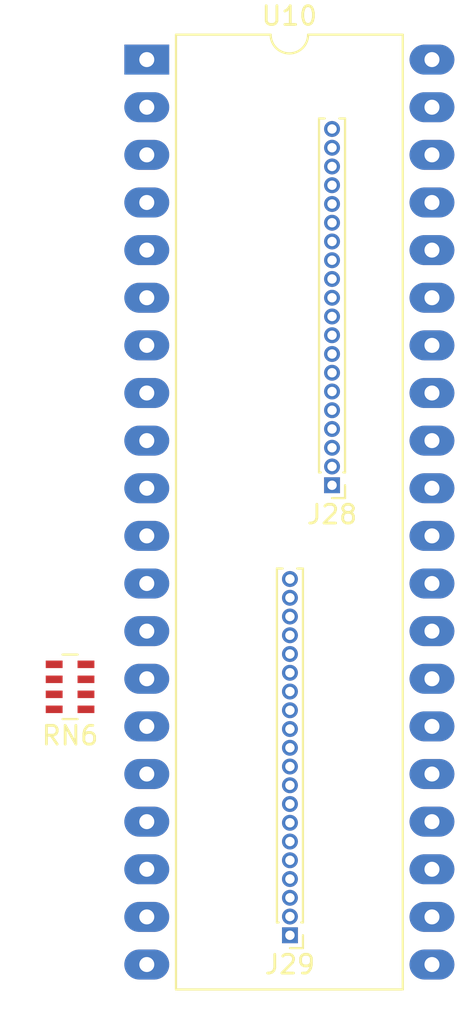
<source format=kicad_pcb>
(kicad_pcb (version 20171130) (host pcbnew 5.1.2-f72e74a~84~ubuntu18.04.1)

  (general
    (thickness 1.6)
    (drawings 0)
    (tracks 0)
    (zones 0)
    (modules 4)
    (nets 38)
  )

  (page A4)
  (layers
    (0 F.Cu signal)
    (31 B.Cu signal)
    (32 B.Adhes user)
    (33 F.Adhes user)
    (34 B.Paste user)
    (35 F.Paste user)
    (36 B.SilkS user)
    (37 F.SilkS user)
    (38 B.Mask user)
    (39 F.Mask user)
    (40 Dwgs.User user)
    (41 Cmts.User user)
    (42 Eco1.User user)
    (43 Eco2.User user)
    (44 Edge.Cuts user)
    (45 Margin user)
    (46 B.CrtYd user)
    (47 F.CrtYd user)
    (48 B.Fab user)
    (49 F.Fab user)
  )

  (setup
    (last_trace_width 0.25)
    (trace_clearance 0.2)
    (zone_clearance 0.508)
    (zone_45_only no)
    (trace_min 0.2)
    (via_size 0.8)
    (via_drill 0.4)
    (via_min_size 0.4)
    (via_min_drill 0.3)
    (uvia_size 0.3)
    (uvia_drill 0.1)
    (uvias_allowed no)
    (uvia_min_size 0.2)
    (uvia_min_drill 0.1)
    (edge_width 0.1)
    (segment_width 0.2)
    (pcb_text_width 0.3)
    (pcb_text_size 1.5 1.5)
    (mod_edge_width 0.15)
    (mod_text_size 1 1)
    (mod_text_width 0.15)
    (pad_size 1.524 1.524)
    (pad_drill 0.762)
    (pad_to_mask_clearance 0)
    (aux_axis_origin 0 0)
    (visible_elements FFFFFF7F)
    (pcbplotparams
      (layerselection 0x010fc_ffffffff)
      (usegerberextensions false)
      (usegerberattributes false)
      (usegerberadvancedattributes false)
      (creategerberjobfile false)
      (excludeedgelayer true)
      (linewidth 0.100000)
      (plotframeref false)
      (viasonmask false)
      (mode 1)
      (useauxorigin false)
      (hpglpennumber 1)
      (hpglpenspeed 20)
      (hpglpendiameter 15.000000)
      (psnegative false)
      (psa4output false)
      (plotreference true)
      (plotvalue true)
      (plotinvisibletext false)
      (padsonsilk false)
      (subtractmaskfromsilk false)
      (outputformat 1)
      (mirror false)
      (drillshape 1)
      (scaleselection 1)
      (outputdirectory ""))
  )

  (net 0 "")
  (net 1 GND)
  (net 2 +3V3)
  (net 3 /NRST)
  (net 4 /WS2812_OUT)
  (net 5 /ROT_ENC_SW)
  (net 6 /OLED_DC)
  (net 7 /PB0)
  (net 8 /MOSI)
  (net 9 /MISO)
  (net 10 /SCK)
  (net 11 /SS)
  (net 12 /PA3)
  (net 13 /PA2)
  (net 14 /A_IN1)
  (net 15 /A_IN0)
  (net 16 /PC15)
  (net 17 /PC14)
  (net 18 /PC13)
  (net 19 /VBAT)
  (net 20 /SS_ESP)
  (net 21 /SS_ARDUINO)
  (net 22 /SS_OLED)
  (net 23 /SS_W25Q32)
  (net 24 /PA8)
  (net 25 /TX)
  (net 26 /RX)
  (net 27 /PA11)
  (net 28 /PA12)
  (net 29 /PWM)
  (net 30 /OLED_SS)
  (net 31 /DEBUG_LED)
  (net 32 /BUZZER)
  (net 33 /SCL)
  (net 34 /SDA)
  (net 35 /ROT_ENC_A)
  (net 36 /ROT_ENC_B)
  (net 37 +5V)

  (net_class Default "This is the default net class."
    (clearance 0.2)
    (trace_width 0.25)
    (via_dia 0.8)
    (via_drill 0.4)
    (uvia_dia 0.3)
    (uvia_drill 0.1)
    (add_net +3V3)
    (add_net +5V)
    (add_net /A_IN0)
    (add_net /A_IN1)
    (add_net /BUZZER)
    (add_net /DEBUG_LED)
    (add_net /MISO)
    (add_net /MOSI)
    (add_net /NRST)
    (add_net /OLED_DC)
    (add_net /OLED_SS)
    (add_net /PA11)
    (add_net /PA12)
    (add_net /PA2)
    (add_net /PA3)
    (add_net /PA8)
    (add_net /PB0)
    (add_net /PC13)
    (add_net /PC14)
    (add_net /PC15)
    (add_net /PWM)
    (add_net /ROT_ENC_A)
    (add_net /ROT_ENC_B)
    (add_net /ROT_ENC_SW)
    (add_net /RX)
    (add_net /SCK)
    (add_net /SCL)
    (add_net /SDA)
    (add_net /SS)
    (add_net /SS_ARDUINO)
    (add_net /SS_ESP)
    (add_net /SS_OLED)
    (add_net /SS_W25Q32)
    (add_net /TX)
    (add_net /VBAT)
    (add_net /WS2812_OUT)
    (add_net GND)
    (add_net "Net-(RN6-Pad3)")
    (add_net "Net-(RN6-Pad4)")
  )

  (module Package_DIP:DIP-40_W15.24mm_LongPads (layer F.Cu) (tedit 5A02E8C5) (tstamp 5CEBCF0B)
    (at 23.1 26.8)
    (descr "40-lead though-hole mounted DIP package, row spacing 15.24 mm (600 mils), LongPads")
    (tags "THT DIP DIL PDIP 2.54mm 15.24mm 600mil LongPads")
    (path /5CDCAABB)
    (fp_text reference U10 (at 7.62 -2.33) (layer F.SilkS)
      (effects (font (size 1 1) (thickness 0.15)))
    )
    (fp_text value bluepill-stm32f103c8t6 (at 7.62 50.59) (layer F.Fab)
      (effects (font (size 1 1) (thickness 0.15)))
    )
    (fp_text user %R (at 7.62 24.13) (layer F.Fab)
      (effects (font (size 1 1) (thickness 0.15)))
    )
    (fp_line (start 16.7 -1.55) (end -1.5 -1.55) (layer F.CrtYd) (width 0.05))
    (fp_line (start 16.7 49.8) (end 16.7 -1.55) (layer F.CrtYd) (width 0.05))
    (fp_line (start -1.5 49.8) (end 16.7 49.8) (layer F.CrtYd) (width 0.05))
    (fp_line (start -1.5 -1.55) (end -1.5 49.8) (layer F.CrtYd) (width 0.05))
    (fp_line (start 13.68 -1.33) (end 8.62 -1.33) (layer F.SilkS) (width 0.12))
    (fp_line (start 13.68 49.59) (end 13.68 -1.33) (layer F.SilkS) (width 0.12))
    (fp_line (start 1.56 49.59) (end 13.68 49.59) (layer F.SilkS) (width 0.12))
    (fp_line (start 1.56 -1.33) (end 1.56 49.59) (layer F.SilkS) (width 0.12))
    (fp_line (start 6.62 -1.33) (end 1.56 -1.33) (layer F.SilkS) (width 0.12))
    (fp_line (start 0.255 -0.27) (end 1.255 -1.27) (layer F.Fab) (width 0.1))
    (fp_line (start 0.255 49.53) (end 0.255 -0.27) (layer F.Fab) (width 0.1))
    (fp_line (start 14.985 49.53) (end 0.255 49.53) (layer F.Fab) (width 0.1))
    (fp_line (start 14.985 -1.27) (end 14.985 49.53) (layer F.Fab) (width 0.1))
    (fp_line (start 1.255 -1.27) (end 14.985 -1.27) (layer F.Fab) (width 0.1))
    (fp_arc (start 7.62 -1.33) (end 6.62 -1.33) (angle -180) (layer F.SilkS) (width 0.12))
    (pad 40 thru_hole oval (at 15.24 0) (size 2.4 1.6) (drill 0.8) (layers *.Cu *.Mask)
      (net 1 GND))
    (pad 20 thru_hole oval (at 0 48.26) (size 2.4 1.6) (drill 0.8) (layers *.Cu *.Mask)
      (net 2 +3V3))
    (pad 39 thru_hole oval (at 15.24 2.54) (size 2.4 1.6) (drill 0.8) (layers *.Cu *.Mask)
      (net 1 GND))
    (pad 19 thru_hole oval (at 0 45.72) (size 2.4 1.6) (drill 0.8) (layers *.Cu *.Mask)
      (net 1 GND))
    (pad 38 thru_hole oval (at 15.24 5.08) (size 2.4 1.6) (drill 0.8) (layers *.Cu *.Mask)
      (net 2 +3V3))
    (pad 18 thru_hole oval (at 0 43.18) (size 2.4 1.6) (drill 0.8) (layers *.Cu *.Mask)
      (net 37 +5V))
    (pad 37 thru_hole oval (at 15.24 7.62) (size 2.4 1.6) (drill 0.8) (layers *.Cu *.Mask)
      (net 3 /NRST))
    (pad 17 thru_hole oval (at 0 40.64) (size 2.4 1.6) (drill 0.8) (layers *.Cu *.Mask)
      (net 36 /ROT_ENC_B))
    (pad 36 thru_hole oval (at 15.24 10.16) (size 2.4 1.6) (drill 0.8) (layers *.Cu *.Mask)
      (net 4 /WS2812_OUT))
    (pad 16 thru_hole oval (at 0 38.1) (size 2.4 1.6) (drill 0.8) (layers *.Cu *.Mask)
      (net 35 /ROT_ENC_A))
    (pad 35 thru_hole oval (at 15.24 12.7) (size 2.4 1.6) (drill 0.8) (layers *.Cu *.Mask)
      (net 5 /ROT_ENC_SW))
    (pad 15 thru_hole oval (at 0 35.56) (size 2.4 1.6) (drill 0.8) (layers *.Cu *.Mask)
      (net 34 /SDA))
    (pad 34 thru_hole oval (at 15.24 15.24) (size 2.4 1.6) (drill 0.8) (layers *.Cu *.Mask)
      (net 6 /OLED_DC))
    (pad 14 thru_hole oval (at 0 33.02) (size 2.4 1.6) (drill 0.8) (layers *.Cu *.Mask)
      (net 33 /SCL))
    (pad 33 thru_hole oval (at 15.24 17.78) (size 2.4 1.6) (drill 0.8) (layers *.Cu *.Mask)
      (net 7 /PB0))
    (pad 13 thru_hole oval (at 0 30.48) (size 2.4 1.6) (drill 0.8) (layers *.Cu *.Mask)
      (net 32 /BUZZER))
    (pad 32 thru_hole oval (at 15.24 20.32) (size 2.4 1.6) (drill 0.8) (layers *.Cu *.Mask)
      (net 8 /MOSI))
    (pad 12 thru_hole oval (at 0 27.94) (size 2.4 1.6) (drill 0.8) (layers *.Cu *.Mask)
      (net 31 /DEBUG_LED))
    (pad 31 thru_hole oval (at 15.24 22.86) (size 2.4 1.6) (drill 0.8) (layers *.Cu *.Mask)
      (net 9 /MISO))
    (pad 11 thru_hole oval (at 0 25.4) (size 2.4 1.6) (drill 0.8) (layers *.Cu *.Mask)
      (net 30 /OLED_SS))
    (pad 30 thru_hole oval (at 15.24 25.4) (size 2.4 1.6) (drill 0.8) (layers *.Cu *.Mask)
      (net 10 /SCK))
    (pad 10 thru_hole oval (at 0 22.86) (size 2.4 1.6) (drill 0.8) (layers *.Cu *.Mask)
      (net 29 /PWM))
    (pad 29 thru_hole oval (at 15.24 27.94) (size 2.4 1.6) (drill 0.8) (layers *.Cu *.Mask)
      (net 11 /SS))
    (pad 9 thru_hole oval (at 0 20.32) (size 2.4 1.6) (drill 0.8) (layers *.Cu *.Mask)
      (net 28 /PA12))
    (pad 28 thru_hole oval (at 15.24 30.48) (size 2.4 1.6) (drill 0.8) (layers *.Cu *.Mask)
      (net 12 /PA3))
    (pad 8 thru_hole oval (at 0 17.78) (size 2.4 1.6) (drill 0.8) (layers *.Cu *.Mask)
      (net 27 /PA11))
    (pad 27 thru_hole oval (at 15.24 33.02) (size 2.4 1.6) (drill 0.8) (layers *.Cu *.Mask)
      (net 13 /PA2))
    (pad 7 thru_hole oval (at 0 15.24) (size 2.4 1.6) (drill 0.8) (layers *.Cu *.Mask)
      (net 26 /RX))
    (pad 26 thru_hole oval (at 15.24 35.56) (size 2.4 1.6) (drill 0.8) (layers *.Cu *.Mask)
      (net 14 /A_IN1))
    (pad 6 thru_hole oval (at 0 12.7) (size 2.4 1.6) (drill 0.8) (layers *.Cu *.Mask)
      (net 25 /TX))
    (pad 25 thru_hole oval (at 15.24 38.1) (size 2.4 1.6) (drill 0.8) (layers *.Cu *.Mask)
      (net 15 /A_IN0))
    (pad 5 thru_hole oval (at 0 10.16) (size 2.4 1.6) (drill 0.8) (layers *.Cu *.Mask)
      (net 24 /PA8))
    (pad 24 thru_hole oval (at 15.24 40.64) (size 2.4 1.6) (drill 0.8) (layers *.Cu *.Mask)
      (net 16 /PC15))
    (pad 4 thru_hole oval (at 0 7.62) (size 2.4 1.6) (drill 0.8) (layers *.Cu *.Mask)
      (net 23 /SS_W25Q32))
    (pad 23 thru_hole oval (at 15.24 43.18) (size 2.4 1.6) (drill 0.8) (layers *.Cu *.Mask)
      (net 17 /PC14))
    (pad 3 thru_hole oval (at 0 5.08) (size 2.4 1.6) (drill 0.8) (layers *.Cu *.Mask)
      (net 22 /SS_OLED))
    (pad 22 thru_hole oval (at 15.24 45.72) (size 2.4 1.6) (drill 0.8) (layers *.Cu *.Mask)
      (net 18 /PC13))
    (pad 2 thru_hole oval (at 0 2.54) (size 2.4 1.6) (drill 0.8) (layers *.Cu *.Mask)
      (net 21 /SS_ARDUINO))
    (pad 21 thru_hole oval (at 15.24 48.26) (size 2.4 1.6) (drill 0.8) (layers *.Cu *.Mask)
      (net 19 /VBAT))
    (pad 1 thru_hole rect (at 0 0) (size 2.4 1.6) (drill 0.8) (layers *.Cu *.Mask)
      (net 20 /SS_ESP))
    (model ${KISYS3DMOD}/Package_DIP.3dshapes/DIP-40_W15.24mm.wrl
      (at (xyz 0 0 0))
      (scale (xyz 1 1 1))
      (rotate (xyz 0 0 0))
    )
  )

  (module Resistor_SMD:R_Array_Concave_4x0603 (layer F.Cu) (tedit 58E0A85E) (tstamp 5CEBCECF)
    (at 19 60.25 180)
    (descr "Thick Film Chip Resistor Array, Wave soldering, Vishay CRA06P (see cra06p.pdf)")
    (tags "resistor array")
    (path /5CFCEDDC)
    (attr smd)
    (fp_text reference RN6 (at 0 -2.6) (layer F.SilkS)
      (effects (font (size 1 1) (thickness 0.15)))
    )
    (fp_text value R_Pack04 (at 0 2.6) (layer F.Fab)
      (effects (font (size 1 1) (thickness 0.15)))
    )
    (fp_line (start 1.55 1.87) (end -1.55 1.87) (layer F.CrtYd) (width 0.05))
    (fp_line (start 1.55 1.87) (end 1.55 -1.88) (layer F.CrtYd) (width 0.05))
    (fp_line (start -1.55 -1.88) (end -1.55 1.87) (layer F.CrtYd) (width 0.05))
    (fp_line (start -1.55 -1.88) (end 1.55 -1.88) (layer F.CrtYd) (width 0.05))
    (fp_line (start 0.4 -1.72) (end -0.4 -1.72) (layer F.SilkS) (width 0.12))
    (fp_line (start 0.4 1.72) (end -0.4 1.72) (layer F.SilkS) (width 0.12))
    (fp_line (start -0.8 1.6) (end -0.8 -1.6) (layer F.Fab) (width 0.1))
    (fp_line (start 0.8 1.6) (end -0.8 1.6) (layer F.Fab) (width 0.1))
    (fp_line (start 0.8 -1.6) (end 0.8 1.6) (layer F.Fab) (width 0.1))
    (fp_line (start -0.8 -1.6) (end 0.8 -1.6) (layer F.Fab) (width 0.1))
    (fp_text user %R (at 0 0 90) (layer F.Fab)
      (effects (font (size 0.5 0.5) (thickness 0.075)))
    )
    (pad 5 smd rect (at 0.85 1.2 180) (size 0.9 0.4) (layers F.Cu F.Paste F.Mask)
      (net 2 +3V3))
    (pad 6 smd rect (at 0.85 0.4 180) (size 0.9 0.4) (layers F.Cu F.Paste F.Mask)
      (net 2 +3V3))
    (pad 7 smd rect (at 0.85 -0.4 180) (size 0.9 0.4) (layers F.Cu F.Paste F.Mask)
      (net 2 +3V3))
    (pad 8 smd rect (at 0.85 -1.2 180) (size 0.9 0.4) (layers F.Cu F.Paste F.Mask)
      (net 2 +3V3))
    (pad 4 smd rect (at -0.85 1.2 180) (size 0.9 0.4) (layers F.Cu F.Paste F.Mask))
    (pad 1 smd rect (at -0.85 -1.2 180) (size 0.9 0.4) (layers F.Cu F.Paste F.Mask)
      (net 34 /SDA))
    (pad 3 smd rect (at -0.85 0.4 180) (size 0.9 0.4) (layers F.Cu F.Paste F.Mask))
    (pad 2 smd rect (at -0.85 -0.4 180) (size 0.9 0.4) (layers F.Cu F.Paste F.Mask)
      (net 33 /SCL))
    (model ${KISYS3DMOD}/Resistor_SMD.3dshapes/R_Array_Concave_4x0603.wrl
      (at (xyz 0 0 0))
      (scale (xyz 1 1 1))
      (rotate (xyz 0 0 0))
    )
  )

  (module Connector_PinHeader_1.00mm:PinHeader_1x20_P1.00mm_Vertical (layer F.Cu) (tedit 59FED738) (tstamp 5CEBCEB8)
    (at 30.75 73.5 180)
    (descr "Through hole straight pin header, 1x20, 1.00mm pitch, single row")
    (tags "Through hole pin header THT 1x20 1.00mm single row")
    (path /5CEDE89A)
    (fp_text reference J29 (at 0 -1.56) (layer F.SilkS)
      (effects (font (size 1 1) (thickness 0.15)))
    )
    (fp_text value STM32_2_DEBUG2 (at 0 20.56) (layer F.Fab)
      (effects (font (size 1 1) (thickness 0.15)))
    )
    (fp_text user %R (at 0 9.5 90) (layer F.Fab)
      (effects (font (size 0.76 0.76) (thickness 0.114)))
    )
    (fp_line (start 1.15 -1) (end -1.15 -1) (layer F.CrtYd) (width 0.05))
    (fp_line (start 1.15 20) (end 1.15 -1) (layer F.CrtYd) (width 0.05))
    (fp_line (start -1.15 20) (end 1.15 20) (layer F.CrtYd) (width 0.05))
    (fp_line (start -1.15 -1) (end -1.15 20) (layer F.CrtYd) (width 0.05))
    (fp_line (start -0.695 -0.685) (end 0 -0.685) (layer F.SilkS) (width 0.12))
    (fp_line (start -0.695 0) (end -0.695 -0.685) (layer F.SilkS) (width 0.12))
    (fp_line (start 0.608276 0.685) (end 0.695 0.685) (layer F.SilkS) (width 0.12))
    (fp_line (start -0.695 0.685) (end -0.608276 0.685) (layer F.SilkS) (width 0.12))
    (fp_line (start 0.695 0.685) (end 0.695 19.56) (layer F.SilkS) (width 0.12))
    (fp_line (start -0.695 0.685) (end -0.695 19.56) (layer F.SilkS) (width 0.12))
    (fp_line (start 0.394493 19.56) (end 0.695 19.56) (layer F.SilkS) (width 0.12))
    (fp_line (start -0.695 19.56) (end -0.394493 19.56) (layer F.SilkS) (width 0.12))
    (fp_line (start -0.635 -0.1825) (end -0.3175 -0.5) (layer F.Fab) (width 0.1))
    (fp_line (start -0.635 19.5) (end -0.635 -0.1825) (layer F.Fab) (width 0.1))
    (fp_line (start 0.635 19.5) (end -0.635 19.5) (layer F.Fab) (width 0.1))
    (fp_line (start 0.635 -0.5) (end 0.635 19.5) (layer F.Fab) (width 0.1))
    (fp_line (start -0.3175 -0.5) (end 0.635 -0.5) (layer F.Fab) (width 0.1))
    (pad 20 thru_hole oval (at 0 19 180) (size 0.85 0.85) (drill 0.5) (layers *.Cu *.Mask)
      (net 20 /SS_ESP))
    (pad 19 thru_hole oval (at 0 18 180) (size 0.85 0.85) (drill 0.5) (layers *.Cu *.Mask)
      (net 21 /SS_ARDUINO))
    (pad 18 thru_hole oval (at 0 17 180) (size 0.85 0.85) (drill 0.5) (layers *.Cu *.Mask)
      (net 22 /SS_OLED))
    (pad 17 thru_hole oval (at 0 16 180) (size 0.85 0.85) (drill 0.5) (layers *.Cu *.Mask)
      (net 23 /SS_W25Q32))
    (pad 16 thru_hole oval (at 0 15 180) (size 0.85 0.85) (drill 0.5) (layers *.Cu *.Mask)
      (net 24 /PA8))
    (pad 15 thru_hole oval (at 0 14 180) (size 0.85 0.85) (drill 0.5) (layers *.Cu *.Mask)
      (net 25 /TX))
    (pad 14 thru_hole oval (at 0 13 180) (size 0.85 0.85) (drill 0.5) (layers *.Cu *.Mask)
      (net 26 /RX))
    (pad 13 thru_hole oval (at 0 12 180) (size 0.85 0.85) (drill 0.5) (layers *.Cu *.Mask)
      (net 27 /PA11))
    (pad 12 thru_hole oval (at 0 11 180) (size 0.85 0.85) (drill 0.5) (layers *.Cu *.Mask)
      (net 28 /PA12))
    (pad 11 thru_hole oval (at 0 10 180) (size 0.85 0.85) (drill 0.5) (layers *.Cu *.Mask)
      (net 29 /PWM))
    (pad 10 thru_hole oval (at 0 9 180) (size 0.85 0.85) (drill 0.5) (layers *.Cu *.Mask)
      (net 30 /OLED_SS))
    (pad 9 thru_hole oval (at 0 8 180) (size 0.85 0.85) (drill 0.5) (layers *.Cu *.Mask)
      (net 31 /DEBUG_LED))
    (pad 8 thru_hole oval (at 0 7 180) (size 0.85 0.85) (drill 0.5) (layers *.Cu *.Mask)
      (net 32 /BUZZER))
    (pad 7 thru_hole oval (at 0 6 180) (size 0.85 0.85) (drill 0.5) (layers *.Cu *.Mask)
      (net 33 /SCL))
    (pad 6 thru_hole oval (at 0 5 180) (size 0.85 0.85) (drill 0.5) (layers *.Cu *.Mask)
      (net 34 /SDA))
    (pad 5 thru_hole oval (at 0 4 180) (size 0.85 0.85) (drill 0.5) (layers *.Cu *.Mask)
      (net 35 /ROT_ENC_A))
    (pad 4 thru_hole oval (at 0 3 180) (size 0.85 0.85) (drill 0.5) (layers *.Cu *.Mask)
      (net 36 /ROT_ENC_B))
    (pad 3 thru_hole oval (at 0 2 180) (size 0.85 0.85) (drill 0.5) (layers *.Cu *.Mask)
      (net 37 +5V))
    (pad 2 thru_hole oval (at 0 1 180) (size 0.85 0.85) (drill 0.5) (layers *.Cu *.Mask)
      (net 1 GND))
    (pad 1 thru_hole rect (at 0 0 180) (size 0.85 0.85) (drill 0.5) (layers *.Cu *.Mask)
      (net 2 +3V3))
    (model ${KISYS3DMOD}/Connector_PinHeader_1.00mm.3dshapes/PinHeader_1x20_P1.00mm_Vertical.wrl
      (at (xyz 0 0 0))
      (scale (xyz 1 1 1))
      (rotate (xyz 0 0 0))
    )
  )

  (module Connector_PinHeader_1.00mm:PinHeader_1x20_P1.00mm_Vertical (layer F.Cu) (tedit 59FED738) (tstamp 5CEBCE8E)
    (at 33 49.5 180)
    (descr "Through hole straight pin header, 1x20, 1.00mm pitch, single row")
    (tags "Through hole pin header THT 1x20 1.00mm single row")
    (path /5CEDE8A4)
    (fp_text reference J28 (at 0 -1.56) (layer F.SilkS)
      (effects (font (size 1 1) (thickness 0.15)))
    )
    (fp_text value STM32_2_DEBUG1 (at 0 20.56) (layer F.Fab)
      (effects (font (size 1 1) (thickness 0.15)))
    )
    (fp_text user %R (at 0 9.5 90) (layer F.Fab)
      (effects (font (size 0.76 0.76) (thickness 0.114)))
    )
    (fp_line (start 1.15 -1) (end -1.15 -1) (layer F.CrtYd) (width 0.05))
    (fp_line (start 1.15 20) (end 1.15 -1) (layer F.CrtYd) (width 0.05))
    (fp_line (start -1.15 20) (end 1.15 20) (layer F.CrtYd) (width 0.05))
    (fp_line (start -1.15 -1) (end -1.15 20) (layer F.CrtYd) (width 0.05))
    (fp_line (start -0.695 -0.685) (end 0 -0.685) (layer F.SilkS) (width 0.12))
    (fp_line (start -0.695 0) (end -0.695 -0.685) (layer F.SilkS) (width 0.12))
    (fp_line (start 0.608276 0.685) (end 0.695 0.685) (layer F.SilkS) (width 0.12))
    (fp_line (start -0.695 0.685) (end -0.608276 0.685) (layer F.SilkS) (width 0.12))
    (fp_line (start 0.695 0.685) (end 0.695 19.56) (layer F.SilkS) (width 0.12))
    (fp_line (start -0.695 0.685) (end -0.695 19.56) (layer F.SilkS) (width 0.12))
    (fp_line (start 0.394493 19.56) (end 0.695 19.56) (layer F.SilkS) (width 0.12))
    (fp_line (start -0.695 19.56) (end -0.394493 19.56) (layer F.SilkS) (width 0.12))
    (fp_line (start -0.635 -0.1825) (end -0.3175 -0.5) (layer F.Fab) (width 0.1))
    (fp_line (start -0.635 19.5) (end -0.635 -0.1825) (layer F.Fab) (width 0.1))
    (fp_line (start 0.635 19.5) (end -0.635 19.5) (layer F.Fab) (width 0.1))
    (fp_line (start 0.635 -0.5) (end 0.635 19.5) (layer F.Fab) (width 0.1))
    (fp_line (start -0.3175 -0.5) (end 0.635 -0.5) (layer F.Fab) (width 0.1))
    (pad 20 thru_hole oval (at 0 19 180) (size 0.85 0.85) (drill 0.5) (layers *.Cu *.Mask)
      (net 1 GND))
    (pad 19 thru_hole oval (at 0 18 180) (size 0.85 0.85) (drill 0.5) (layers *.Cu *.Mask)
      (net 1 GND))
    (pad 18 thru_hole oval (at 0 17 180) (size 0.85 0.85) (drill 0.5) (layers *.Cu *.Mask)
      (net 2 +3V3))
    (pad 17 thru_hole oval (at 0 16 180) (size 0.85 0.85) (drill 0.5) (layers *.Cu *.Mask)
      (net 3 /NRST))
    (pad 16 thru_hole oval (at 0 15 180) (size 0.85 0.85) (drill 0.5) (layers *.Cu *.Mask)
      (net 4 /WS2812_OUT))
    (pad 15 thru_hole oval (at 0 14 180) (size 0.85 0.85) (drill 0.5) (layers *.Cu *.Mask)
      (net 5 /ROT_ENC_SW))
    (pad 14 thru_hole oval (at 0 13 180) (size 0.85 0.85) (drill 0.5) (layers *.Cu *.Mask)
      (net 6 /OLED_DC))
    (pad 13 thru_hole oval (at 0 12 180) (size 0.85 0.85) (drill 0.5) (layers *.Cu *.Mask)
      (net 7 /PB0))
    (pad 12 thru_hole oval (at 0 11 180) (size 0.85 0.85) (drill 0.5) (layers *.Cu *.Mask)
      (net 8 /MOSI))
    (pad 11 thru_hole oval (at 0 10 180) (size 0.85 0.85) (drill 0.5) (layers *.Cu *.Mask)
      (net 9 /MISO))
    (pad 10 thru_hole oval (at 0 9 180) (size 0.85 0.85) (drill 0.5) (layers *.Cu *.Mask)
      (net 10 /SCK))
    (pad 9 thru_hole oval (at 0 8 180) (size 0.85 0.85) (drill 0.5) (layers *.Cu *.Mask)
      (net 11 /SS))
    (pad 8 thru_hole oval (at 0 7 180) (size 0.85 0.85) (drill 0.5) (layers *.Cu *.Mask)
      (net 12 /PA3))
    (pad 7 thru_hole oval (at 0 6 180) (size 0.85 0.85) (drill 0.5) (layers *.Cu *.Mask)
      (net 13 /PA2))
    (pad 6 thru_hole oval (at 0 5 180) (size 0.85 0.85) (drill 0.5) (layers *.Cu *.Mask)
      (net 14 /A_IN1))
    (pad 5 thru_hole oval (at 0 4 180) (size 0.85 0.85) (drill 0.5) (layers *.Cu *.Mask)
      (net 15 /A_IN0))
    (pad 4 thru_hole oval (at 0 3 180) (size 0.85 0.85) (drill 0.5) (layers *.Cu *.Mask)
      (net 16 /PC15))
    (pad 3 thru_hole oval (at 0 2 180) (size 0.85 0.85) (drill 0.5) (layers *.Cu *.Mask)
      (net 17 /PC14))
    (pad 2 thru_hole oval (at 0 1 180) (size 0.85 0.85) (drill 0.5) (layers *.Cu *.Mask)
      (net 18 /PC13))
    (pad 1 thru_hole rect (at 0 0 180) (size 0.85 0.85) (drill 0.5) (layers *.Cu *.Mask)
      (net 19 /VBAT))
    (model ${KISYS3DMOD}/Connector_PinHeader_1.00mm.3dshapes/PinHeader_1x20_P1.00mm_Vertical.wrl
      (at (xyz 0 0 0))
      (scale (xyz 1 1 1))
      (rotate (xyz 0 0 0))
    )
  )

)

</source>
